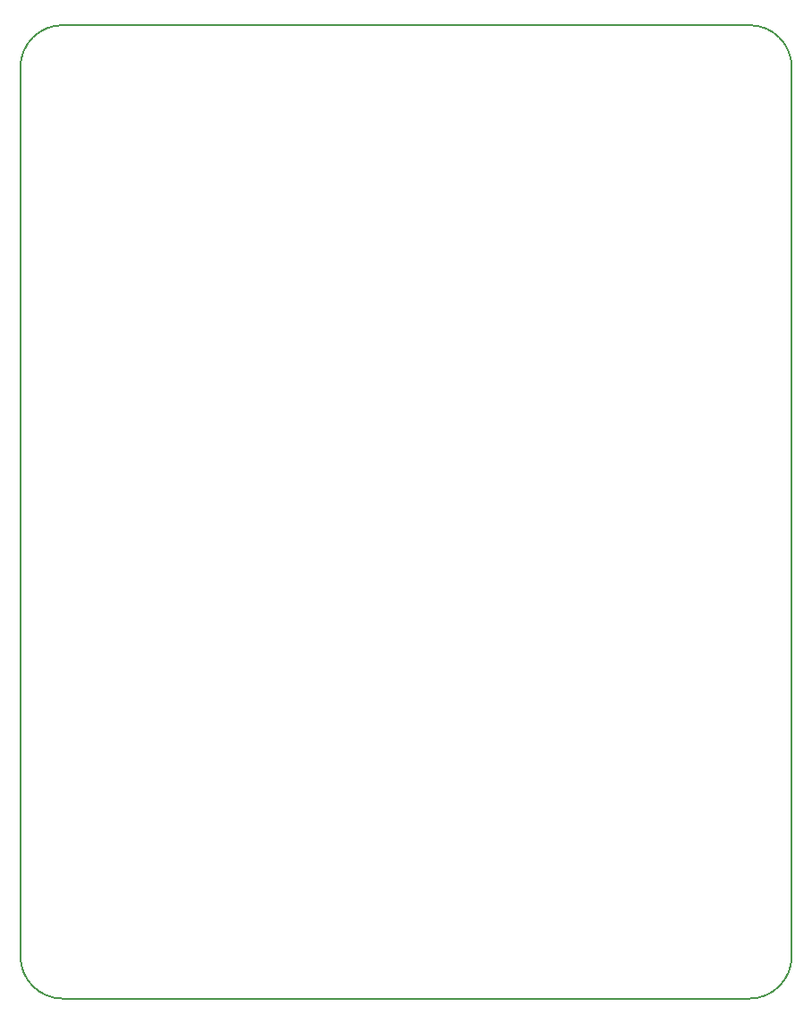
<source format=gm1>
G04 #@! TF.GenerationSoftware,KiCad,Pcbnew,5.1.10-5.1.10*
G04 #@! TF.CreationDate,2021-07-11T16:52:34+05:30*
G04 #@! TF.ProjectId,Soyuz,536f7975-7a2e-46b6-9963-61645f706362,rev?*
G04 #@! TF.SameCoordinates,Original*
G04 #@! TF.FileFunction,Profile,NP*
%FSLAX46Y46*%
G04 Gerber Fmt 4.6, Leading zero omitted, Abs format (unit mm)*
G04 Created by KiCad (PCBNEW 5.1.10-5.1.10) date 2021-07-11 16:52:34*
%MOMM*%
%LPD*%
G01*
G04 APERTURE LIST*
G04 #@! TA.AperFunction,Profile*
%ADD10C,0.200000*%
G04 #@! TD*
G04 APERTURE END LIST*
D10*
X31435000Y-110475000D02*
X31435000Y-53325000D01*
X31435000Y-53325000D02*
X31435000Y-35687500D01*
X104460000Y-53325000D02*
X104460000Y-102125000D01*
X31435000Y-119762500D02*
X31435000Y-110475000D01*
X35435000Y-31687500D02*
X100460000Y-31687500D01*
X104460000Y-102125000D02*
X104460000Y-119762500D01*
X100460000Y-123762500D02*
X35435000Y-123762500D01*
X104460000Y-35687500D02*
X104460000Y-53325000D01*
X100460000Y-31687500D02*
G75*
G02*
X104460000Y-35687500I0J-4000000D01*
G01*
X104460000Y-119762500D02*
G75*
G02*
X100460000Y-123762500I-4000000J0D01*
G01*
X31435000Y-35687500D02*
G75*
G02*
X35435000Y-31687500I4000000J0D01*
G01*
X35435000Y-123762500D02*
G75*
G02*
X31435000Y-119762500I0J4000000D01*
G01*
M02*

</source>
